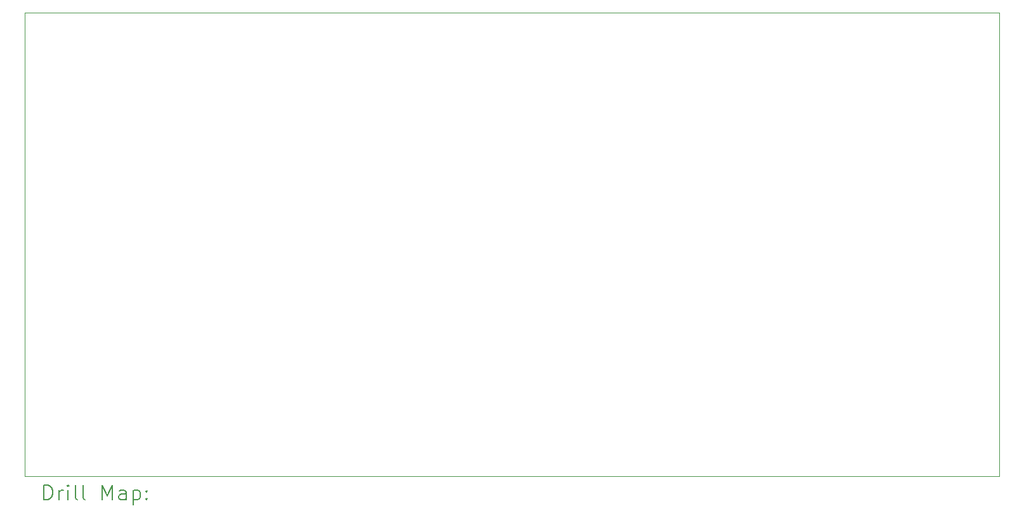
<source format=gbr>
%TF.GenerationSoftware,KiCad,Pcbnew,7.0.5-4d25ed1034~172~ubuntu22.04.1*%
%TF.CreationDate,2023-06-02T18:09:45+02:00*%
%TF.ProjectId,ESP32_mini_8Port_WLED,45535033-325f-46d6-996e-695f38506f72,rev?*%
%TF.SameCoordinates,Original*%
%TF.FileFunction,Drillmap*%
%TF.FilePolarity,Positive*%
%FSLAX45Y45*%
G04 Gerber Fmt 4.5, Leading zero omitted, Abs format (unit mm)*
G04 Created by KiCad (PCBNEW 7.0.5-4d25ed1034~172~ubuntu22.04.1) date 2023-06-02 18:09:45*
%MOMM*%
%LPD*%
G01*
G04 APERTURE LIST*
%ADD10C,0.100000*%
%ADD11C,0.200000*%
G04 APERTURE END LIST*
D10*
X7518400Y-7747000D02*
X20523200Y-7747000D01*
X20523200Y-13944600D01*
X7518400Y-13944600D01*
X7518400Y-7747000D01*
D11*
X7774177Y-14261084D02*
X7774177Y-14061084D01*
X7774177Y-14061084D02*
X7821796Y-14061084D01*
X7821796Y-14061084D02*
X7850367Y-14070608D01*
X7850367Y-14070608D02*
X7869415Y-14089655D01*
X7869415Y-14089655D02*
X7878939Y-14108703D01*
X7878939Y-14108703D02*
X7888462Y-14146798D01*
X7888462Y-14146798D02*
X7888462Y-14175369D01*
X7888462Y-14175369D02*
X7878939Y-14213465D01*
X7878939Y-14213465D02*
X7869415Y-14232512D01*
X7869415Y-14232512D02*
X7850367Y-14251560D01*
X7850367Y-14251560D02*
X7821796Y-14261084D01*
X7821796Y-14261084D02*
X7774177Y-14261084D01*
X7974177Y-14261084D02*
X7974177Y-14127750D01*
X7974177Y-14165846D02*
X7983701Y-14146798D01*
X7983701Y-14146798D02*
X7993224Y-14137274D01*
X7993224Y-14137274D02*
X8012272Y-14127750D01*
X8012272Y-14127750D02*
X8031320Y-14127750D01*
X8097986Y-14261084D02*
X8097986Y-14127750D01*
X8097986Y-14061084D02*
X8088462Y-14070608D01*
X8088462Y-14070608D02*
X8097986Y-14080131D01*
X8097986Y-14080131D02*
X8107510Y-14070608D01*
X8107510Y-14070608D02*
X8097986Y-14061084D01*
X8097986Y-14061084D02*
X8097986Y-14080131D01*
X8221796Y-14261084D02*
X8202748Y-14251560D01*
X8202748Y-14251560D02*
X8193224Y-14232512D01*
X8193224Y-14232512D02*
X8193224Y-14061084D01*
X8326558Y-14261084D02*
X8307510Y-14251560D01*
X8307510Y-14251560D02*
X8297986Y-14232512D01*
X8297986Y-14232512D02*
X8297986Y-14061084D01*
X8555129Y-14261084D02*
X8555129Y-14061084D01*
X8555129Y-14061084D02*
X8621796Y-14203941D01*
X8621796Y-14203941D02*
X8688463Y-14061084D01*
X8688463Y-14061084D02*
X8688463Y-14261084D01*
X8869415Y-14261084D02*
X8869415Y-14156322D01*
X8869415Y-14156322D02*
X8859891Y-14137274D01*
X8859891Y-14137274D02*
X8840844Y-14127750D01*
X8840844Y-14127750D02*
X8802748Y-14127750D01*
X8802748Y-14127750D02*
X8783701Y-14137274D01*
X8869415Y-14251560D02*
X8850367Y-14261084D01*
X8850367Y-14261084D02*
X8802748Y-14261084D01*
X8802748Y-14261084D02*
X8783701Y-14251560D01*
X8783701Y-14251560D02*
X8774177Y-14232512D01*
X8774177Y-14232512D02*
X8774177Y-14213465D01*
X8774177Y-14213465D02*
X8783701Y-14194417D01*
X8783701Y-14194417D02*
X8802748Y-14184893D01*
X8802748Y-14184893D02*
X8850367Y-14184893D01*
X8850367Y-14184893D02*
X8869415Y-14175369D01*
X8964653Y-14127750D02*
X8964653Y-14327750D01*
X8964653Y-14137274D02*
X8983701Y-14127750D01*
X8983701Y-14127750D02*
X9021796Y-14127750D01*
X9021796Y-14127750D02*
X9040844Y-14137274D01*
X9040844Y-14137274D02*
X9050367Y-14146798D01*
X9050367Y-14146798D02*
X9059891Y-14165846D01*
X9059891Y-14165846D02*
X9059891Y-14222988D01*
X9059891Y-14222988D02*
X9050367Y-14242036D01*
X9050367Y-14242036D02*
X9040844Y-14251560D01*
X9040844Y-14251560D02*
X9021796Y-14261084D01*
X9021796Y-14261084D02*
X8983701Y-14261084D01*
X8983701Y-14261084D02*
X8964653Y-14251560D01*
X9145605Y-14242036D02*
X9155129Y-14251560D01*
X9155129Y-14251560D02*
X9145605Y-14261084D01*
X9145605Y-14261084D02*
X9136082Y-14251560D01*
X9136082Y-14251560D02*
X9145605Y-14242036D01*
X9145605Y-14242036D02*
X9145605Y-14261084D01*
X9145605Y-14137274D02*
X9155129Y-14146798D01*
X9155129Y-14146798D02*
X9145605Y-14156322D01*
X9145605Y-14156322D02*
X9136082Y-14146798D01*
X9136082Y-14146798D02*
X9145605Y-14137274D01*
X9145605Y-14137274D02*
X9145605Y-14156322D01*
M02*

</source>
